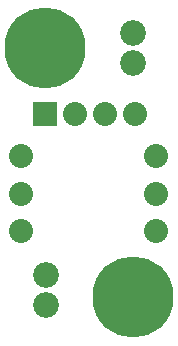
<source format=gbs>
G04 (created by PCBNEW (2013-02-27 BZR 3976)-stable) date 12/03/2013 13:33:29*
%MOIN*%
G04 Gerber Fmt 3.4, Leading zero omitted, Abs format*
%FSLAX34Y34*%
G01*
G70*
G90*
G04 APERTURE LIST*
%ADD10C,2.3622e-006*%
%ADD11R,0.08X0.08*%
%ADD12C,0.08*%
%ADD13C,0.27*%
%ADD14C,0.086*%
G04 APERTURE END LIST*
G54D10*
G54D11*
X63750Y-31200D03*
G54D12*
X64750Y-31200D03*
X65750Y-31200D03*
X66750Y-31200D03*
G54D13*
X63750Y-29000D03*
X66700Y-37300D03*
G54D12*
X62950Y-35100D03*
X67450Y-35100D03*
X62950Y-33850D03*
X67450Y-33850D03*
X62950Y-32600D03*
X67450Y-32600D03*
G54D14*
X66700Y-29500D03*
X66700Y-28500D03*
X63800Y-36550D03*
X63800Y-37550D03*
M02*

</source>
